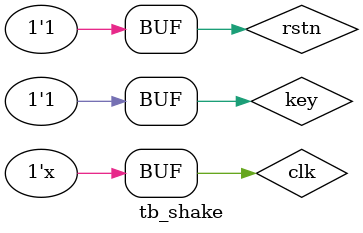
<source format=v>
`timescale 1ns / 1ps
module tb_shake();
reg      clk  ;
reg      rstn ;
reg      key  ;
wire     shape;
always#10 clk <= !clk;
initial begin
    clk  = 0;
    rstn = 0;
    key  = 1;
    #100;
    rstn = 1;
    #200;
    repeat(20)begin
        key  = 1;#20;
        key  = 0;#20;
    end
    #500;
    repeat(20)begin
        key  = 0;#20;
        key  = 1;#20;
    end
end
shake shake(        
    .clk    (clk  ),  //input      clk   ,          
    .rstn   (rstn ),  //input      rstn  ,    
    .key    (key  ),  //input      key   ,      
    .shape  (shape)   //output reg shape   
);
defparam shake.delay=45;
endmodule

</source>
